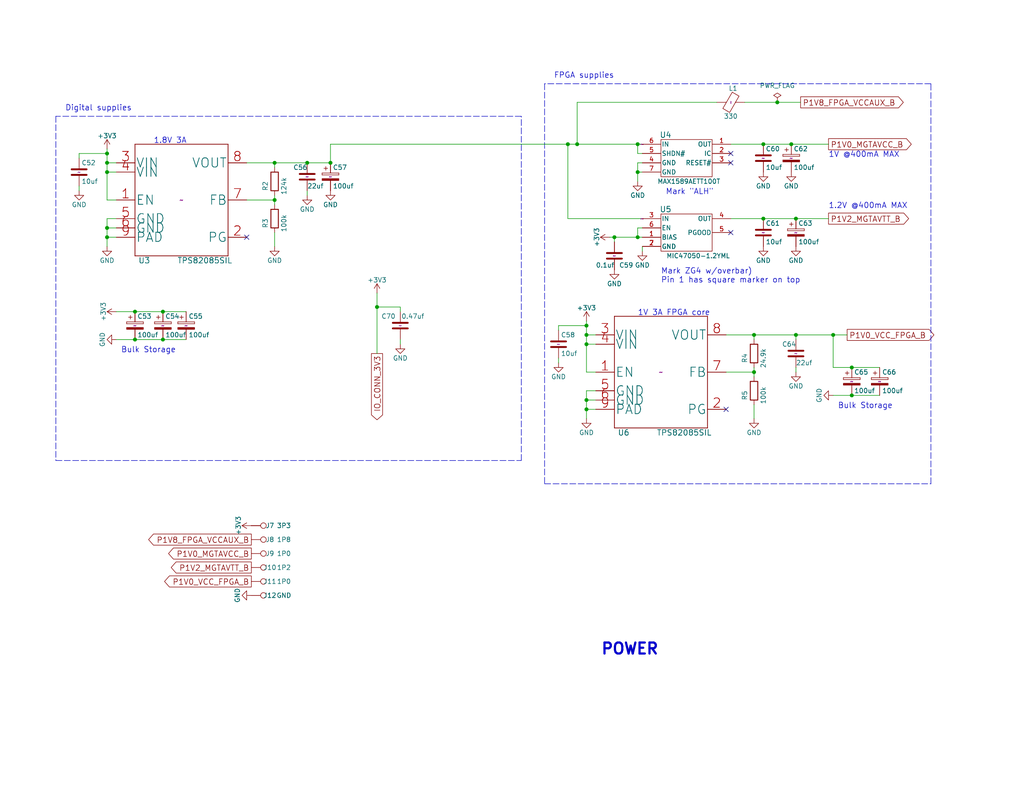
<source format=kicad_sch>
(kicad_sch (version 20250114) (generator "eeschema") (generator_version "9.0")
  (paper "A")
  (title_block (title "hFPGA") (date "2025-09-16") (rev "D") (company "Ethan Yang (github.com/ethanyangtaco115) & Stanely Wang") (comment 1 "A modification of the PicoEVB (github.com/RHSResearchLLC/PicoEVB)") (comment 2 "An expansion"))
  (lib_symbols
    (symbol "+3V3_1" (power) (pin_names (offset 0))
      (property "Value" "+3V3" (at 0 3.556 0))
      (symbol "+3V3_1_1_1"
        (pin power_in line (at 0 0 90) (length 0) (hide yes) (name "+3V3") (number "1"))
      )
    )
    (symbol "+3V3_10" (power) (pin_names (offset 0))
      (property "Value" "+3V3" (at 0 3.556 0))
      (symbol "+3V3_10_1_1"
        (pin power_in line (at 0 0 90) (length 0) (hide yes) (name "+3V3") (number "1"))
      )
    )
    (symbol "+3V3_2" (power) (pin_names (offset 0))
      (property "Value" "+3V3" (at 0 3.556 0))
      (symbol "+3V3_2_1_1"
        (pin power_in line (at 0 0 90) (length 0) (hide yes) (name "+3V3") (number "1"))
      )
    )
    (symbol "+3V3_3" (power) (pin_names (offset 0))
      (property "Value" "+3V3" (at 0 3.556 0))
      (symbol "+3V3_3_1_1"
        (pin power_in line (at 0 0 90) (length 0) (hide yes) (name "+3V3") (number "1"))
      )
    )
    (symbol "+3V3_4" (power) (pin_names (offset 0))
      (property "Value" "+3V3" (at 0 3.556 0))
      (symbol "+3V3_4_1_1"
        (pin power_in line (at 0 0 90) (length 0) (hide yes) (name "+3V3") (number "1"))
      )
    )
    (symbol "+3V3_5" (power) (pin_names (offset 0))
      (property "Value" "+3V3" (at 0 3.556 0))
      (symbol "+3V3_5_1_1"
        (pin power_in line (at 0 0 90) (length 0) (hide yes) (name "+3V3") (number "1"))
      )
    )
    (symbol "+3V3_6" (power) (pin_names (offset 0))
      (property "Value" "+3V3" (at 0 3.556 0))
      (symbol "+3V3_6_1_1"
        (pin power_in line (at 0 0 90) (length 0) (hide yes) (name "+3V3") (number "1"))
      )
    )
    (symbol "+3V3_7" (power) (pin_names (offset 0))
      (property "Value" "+3V3" (at 0 3.556 0))
      (symbol "+3V3_7_1_1"
        (pin power_in line (at 0 0 90) (length 0) (hide yes) (name "+3V3") (number "1"))
      )
    )
    (symbol "+3V3_8" (power) (pin_names (offset 0))
      (property "Value" "+3V3" (at 0 3.556 0))
      (symbol "+3V3_8_1_1"
        (pin power_in line (at 0 0 90) (length 0) (hide yes) (name "+3V3") (number "1"))
      )
    )
    (symbol "+3V3_9" (power) (pin_names (offset 0))
      (property "Value" "+3V3" (at 0 3.556 0))
      (symbol "+3V3_9_1_1"
        (pin power_in line (at 0 0 90) (length 0) (hide yes) (name "+3V3") (number "1"))
      )
    )
    (symbol "CP_1" (pin_numbers (hide yes)) (pin_names (offset 0.254))
      (property "Reference" "C" (at 0.635 2.54 0))
      (property "Value" "CP" (at 0.635 -2.54 0))
      (symbol "CP_1_1_1"
        (pin passive line (at 0 3.81 270) (length 2.794) (name "~") (number "1"))
        (pin passive line (at 0 -3.81 90) (length 2.794) (name "~") (number "2"))
      )
    )
    (symbol "CP_10" (pin_numbers (hide yes)) (pin_names (offset 0.254))
      (property "Reference" "C" (at 0.635 2.54 0))
      (property "Value" "CP" (at 0.635 -2.54 0))
      (symbol "CP_10_1_1"
        (pin passive line (at 0 3.81 270) (length 2.794) (name "~") (number "1"))
        (pin passive line (at 0 -3.81 90) (length 2.794) (name "~") (number "2"))
      )
    )
    (symbol "CP_11" (pin_numbers (hide yes)) (pin_names (offset 0.254))
      (property "Reference" "C" (at 0.635 2.54 0))
      (property "Value" "CP" (at 0.635 -2.54 0))
      (symbol "CP_11_1_1"
        (pin passive line (at 0 3.81 270) (length 2.794) (name "~") (number "1"))
        (pin passive line (at 0 -3.81 90) (length 2.794) (name "~") (number "2"))
      )
    )
    (symbol "CP_12" (pin_numbers (hide yes)) (pin_names (offset 0.254))
      (property "Reference" "C" (at 0.635 2.54 0))
      (property "Value" "CP" (at 0.635 -2.54 0))
      (symbol "CP_12_1_1"
        (pin passive line (at 0 3.81 270) (length 2.794) (name "~") (number "1"))
        (pin passive line (at 0 -3.81 90) (length 2.794) (name "~") (number "2"))
      )
    )
    (symbol "CP_13" (pin_numbers (hide yes)) (pin_names (offset 0.254))
      (property "Reference" "C" (at 0.635 2.54 0))
      (property "Value" "CP" (at 0.635 -2.54 0))
      (symbol "CP_13_1_1"
        (pin passive line (at 0 3.81 270) (length 2.794) (name "~") (number "1"))
        (pin passive line (at 0 -3.81 90) (length 2.794) (name "~") (number "2"))
      )
    )
    (symbol "CP_14" (pin_numbers (hide yes)) (pin_names (offset 0.254))
      (property "Reference" "C" (at 0.635 2.54 0))
      (property "Value" "CP" (at 0.635 -2.54 0))
      (symbol "CP_14_1_1"
        (pin passive line (at 0 3.81 270) (length 2.794) (name "~") (number "1"))
        (pin passive line (at 0 -3.81 90) (length 2.794) (name "~") (number "2"))
      )
    )
    (symbol "CP_15" (pin_numbers (hide yes)) (pin_names (offset 0.254))
      (property "Reference" "C" (at 0.635 2.54 0))
      (property "Value" "CP" (at 0.635 -2.54 0))
      (symbol "CP_15_1_1"
        (pin passive line (at 0 3.81 270) (length 2.794) (name "~") (number "1"))
        (pin passive line (at 0 -3.81 90) (length 2.794) (name "~") (number "2"))
      )
    )
    (symbol "CP_16" (pin_numbers (hide yes)) (pin_names (offset 0.254))
      (property "Reference" "C" (at 0.635 2.54 0))
      (property "Value" "CP" (at 0.635 -2.54 0))
      (symbol "CP_16_1_1"
        (pin passive line (at 0 3.81 270) (length 2.794) (name "~") (number "1"))
        (pin passive line (at 0 -3.81 90) (length 2.794) (name "~") (number "2"))
      )
    )
    (symbol "CP_2" (pin_numbers (hide yes)) (pin_names (offset 0.254))
      (property "Reference" "C" (at 0.635 2.54 0))
      (property "Value" "CP" (at 0.635 -2.54 0))
      (symbol "CP_2_1_1"
        (pin passive line (at 0 3.81 270) (length 2.794) (name "~") (number "1"))
        (pin passive line (at 0 -3.81 90) (length 2.794) (name "~") (number "2"))
      )
    )
    (symbol "CP_3" (pin_numbers (hide yes)) (pin_names (offset 0.254))
      (property "Reference" "C" (at 0.635 2.54 0))
      (property "Value" "CP" (at 0.635 -2.54 0))
      (symbol "CP_3_1_1"
        (pin passive line (at 0 3.81 270) (length 2.794) (name "~") (number "1"))
        (pin passive line (at 0 -3.81 90) (length 2.794) (name "~") (number "2"))
      )
    )
    (symbol "CP_4" (pin_numbers (hide yes)) (pin_names (offset 0.254))
      (property "Reference" "C" (at 0.635 2.54 0))
      (property "Value" "CP" (at 0.635 -2.54 0))
      (symbol "CP_4_1_1"
        (pin passive line (at 0 3.81 270) (length 2.794) (name "~") (number "1"))
        (pin passive line (at 0 -3.81 90) (length 2.794) (name "~") (number "2"))
      )
    )
    (symbol "CP_5" (pin_numbers (hide yes)) (pin_names (offset 0.254))
      (property "Reference" "C" (at 0.635 2.54 0))
      (property "Value" "CP" (at 0.635 -2.54 0))
      (symbol "CP_5_1_1"
        (pin passive line (at 0 3.81 270) (length 2.794) (name "~") (number "1"))
        (pin passive line (at 0 -3.81 90) (length 2.794) (name "~") (number "2"))
      )
    )
    (symbol "CP_6" (pin_numbers (hide yes)) (pin_names (offset 0.254))
      (property "Reference" "C" (at 0.635 2.54 0))
      (property "Value" "CP" (at 0.635 -2.54 0))
      (symbol "CP_6_1_1"
        (pin passive line (at 0 3.81 270) (length 2.794) (name "~") (number "1"))
        (pin passive line (at 0 -3.81 90) (length 2.794) (name "~") (number "2"))
      )
    )
    (symbol "CP_7" (pin_numbers (hide yes)) (pin_names (offset 0.254))
      (property "Reference" "C" (at 0.635 2.54 0))
      (property "Value" "CP" (at 0.635 -2.54 0))
      (symbol "CP_7_1_1"
        (pin passive line (at 0 3.81 270) (length 2.794) (name "~") (number "1"))
        (pin passive line (at 0 -3.81 90) (length 2.794) (name "~") (number "2"))
      )
    )
    (symbol "CP_8" (pin_numbers (hide yes)) (pin_names (offset 0.254))
      (property "Reference" "C" (at 0.635 2.54 0))
      (property "Value" "CP" (at 0.635 -2.54 0))
      (symbol "CP_8_1_1"
        (pin passive line (at 0 3.81 270) (length 2.794) (name "~") (number "1"))
        (pin passive line (at 0 -3.81 90) (length 2.794) (name "~") (number "2"))
      )
    )
    (symbol "CP_9" (pin_numbers (hide yes)) (pin_names (offset 0.254))
      (property "Reference" "C" (at 0.635 2.54 0))
      (property "Value" "CP" (at 0.635 -2.54 0))
      (symbol "CP_9_1_1"
        (pin passive line (at 0 3.81 270) (length 2.794) (name "~") (number "1"))
        (pin passive line (at 0 -3.81 90) (length 2.794) (name "~") (number "2"))
      )
    )
    (symbol "C_1" (pin_numbers (hide yes)) (pin_names (offset 0.254))
      (property "Reference" "C" (at 0.635 2.54 0))
      (property "Value" "C" (at 0.635 -2.54 0))
      (symbol "C_1_1_1"
        (pin passive line (at 0 3.81 270) (length 2.794) (name "~") (number "1"))
        (pin passive line (at 0 -3.81 90) (length 2.794) (name "~") (number "2"))
      )
    )
    (symbol "C_10" (pin_numbers (hide yes)) (pin_names (offset 0.254))
      (property "Reference" "C" (at 0.635 2.54 0))
      (property "Value" "C" (at 0.635 -2.54 0))
      (symbol "C_10_1_1"
        (pin passive line (at 0 3.81 270) (length 2.794) (name "~") (number "1"))
        (pin passive line (at 0 -3.81 90) (length 2.794) (name "~") (number "2"))
      )
    )
    (symbol "C_11" (pin_numbers (hide yes)) (pin_names (offset 0.254))
      (property "Reference" "C" (at 0.635 2.54 0))
      (property "Value" "C" (at 0.635 -2.54 0))
      (symbol "C_11_1_1"
        (pin passive line (at 0 3.81 270) (length 2.794) (name "~") (number "1"))
        (pin passive line (at 0 -3.81 90) (length 2.794) (name "~") (number "2"))
      )
    )
    (symbol "C_12" (pin_numbers (hide yes)) (pin_names (offset 0.254))
      (property "Reference" "C" (at 0.635 2.54 0))
      (property "Value" "C" (at 0.635 -2.54 0))
      (symbol "C_12_1_1"
        (pin passive line (at 0 3.81 270) (length 2.794) (name "~") (number "1"))
        (pin passive line (at 0 -3.81 90) (length 2.794) (name "~") (number "2"))
      )
    )
    (symbol "C_13" (pin_numbers (hide yes)) (pin_names (offset 0.254))
      (property "Reference" "C" (at 0.635 2.54 0))
      (property "Value" "C" (at 0.635 -2.54 0))
      (symbol "C_13_1_1"
        (pin passive line (at 0 3.81 270) (length 2.794) (name "~") (number "1"))
        (pin passive line (at 0 -3.81 90) (length 2.794) (name "~") (number "2"))
      )
    )
    (symbol "C_14" (pin_numbers (hide yes)) (pin_names (offset 0.254))
      (property "Reference" "C" (at 0.635 2.54 0))
      (property "Value" "C" (at 0.635 -2.54 0))
      (symbol "C_14_1_1"
        (pin passive line (at 0 3.81 270) (length 2.794) (name "~") (number "1"))
        (pin passive line (at 0 -3.81 90) (length 2.794) (name "~") (number "2"))
      )
    )
    (symbol "C_2" (pin_numbers (hide yes)) (pin_names (offset 0.254))
      (property "Reference" "C" (at 0.635 2.54 0))
      (property "Value" "C" (at 0.635 -2.54 0))
      (symbol "C_2_1_1"
        (pin passive line (at 0 3.81 270) (length 2.794) (name "~") (number "1"))
        (pin passive line (at 0 -3.81 90) (length 2.794) (name "~") (number "2"))
      )
    )
    (symbol "C_3" (pin_numbers (hide yes)) (pin_names (offset 0.254))
      (property "Reference" "C" (at 0.635 2.54 0))
      (property "Value" "C" (at 0.635 -2.54 0))
      (symbol "C_3_1_1"
        (pin passive line (at 0 3.81 270) (length 2.794) (name "~") (number "1"))
        (pin passive line (at 0 -3.81 90) (length 2.794) (name "~") (number "2"))
      )
    )
    (symbol "C_4" (pin_numbers (hide yes)) (pin_names (offset 0.254))
      (property "Reference" "C" (at 0.635 2.54 0))
      (property "Value" "C" (at 0.635 -2.54 0))
      (symbol "C_4_1_1"
        (pin passive line (at 0 3.81 270) (length 2.794) (name "~") (number "1"))
        (pin passive line (at 0 -3.81 90) (length 2.794) (name "~") (number "2"))
      )
    )
    (symbol "C_5" (pin_numbers (hide yes)) (pin_names (offset 0.254))
      (property "Reference" "C" (at 0.635 2.54 0))
      (property "Value" "C" (at 0.635 -2.54 0))
      (symbol "C_5_1_1"
        (pin passive line (at 0 3.81 270) (length 2.794) (name "~") (number "1"))
        (pin passive line (at 0 -3.81 90) (length 2.794) (name "~") (number "2"))
      )
    )
    (symbol "C_6" (pin_numbers (hide yes)) (pin_names (offset 0.254))
      (property "Reference" "C" (at 0.635 2.54 0))
      (property "Value" "C" (at 0.635 -2.54 0))
      (symbol "C_6_1_1"
        (pin passive line (at 0 3.81 270) (length 2.794) (name "~") (number "1"))
        (pin passive line (at 0 -3.81 90) (length 2.794) (name "~") (number "2"))
      )
    )
    (symbol "C_7" (pin_numbers (hide yes)) (pin_names (offset 0.254))
      (property "Reference" "C" (at 0.635 2.54 0))
      (property "Value" "C" (at 0.635 -2.54 0))
      (symbol "C_7_1_1"
        (pin passive line (at 0 3.81 270) (length 2.794) (name "~") (number "1"))
        (pin passive line (at 0 -3.81 90) (length 2.794) (name "~") (number "2"))
      )
    )
    (symbol "C_8" (pin_numbers (hide yes)) (pin_names (offset 0.254))
      (property "Reference" "C" (at 0.635 2.54 0))
      (property "Value" "C" (at 0.635 -2.54 0))
      (symbol "C_8_1_1"
        (pin passive line (at 0 3.81 270) (length 2.794) (name "~") (number "1"))
        (pin passive line (at 0 -3.81 90) (length 2.794) (name "~") (number "2"))
      )
    )
    (symbol "C_9" (pin_numbers (hide yes)) (pin_names (offset 0.254))
      (property "Reference" "C" (at 0.635 2.54 0))
      (property "Value" "C" (at 0.635 -2.54 0))
      (symbol "C_9_1_1"
        (pin passive line (at 0 3.81 270) (length 2.794) (name "~") (number "1"))
        (pin passive line (at 0 -3.81 90) (length 2.794) (name "~") (number "2"))
      )
    )
    (symbol "Ferrite_Bead_1" (pin_numbers (hide yes)) (pin_names (offset 0))
      (property "Reference" "L" (at -3.81 0.635 90))
      (property "Value" "Ferrite_Bead" (at 3.81 0 90))
      (symbol "Ferrite_Bead_1_1_1"
        (pin passive line (at 0 3.81 270) (length 2.54) (name "~") (number "1"))
        (pin passive line (at 0 -3.81 90) (length 2.54) (name "~") (number "2"))
      )
    )
    (symbol "Ferrite_Bead_2" (pin_numbers (hide yes)) (pin_names (offset 0))
      (property "Reference" "L" (at -3.81 0.635 90))
      (property "Value" "Ferrite_Bead" (at 3.81 0 90))
      (symbol "Ferrite_Bead_2_1_1"
        (pin passive line (at 0 3.81 270) (length 2.54) (name "~") (number "1"))
        (pin passive line (at 0 -3.81 90) (length 2.54) (name "~") (number "2"))
      )
    )
    (symbol "GND_1" (power) (pin_names (offset 0))
      (property "Value" "GND" (at 0 -3.81 0))
      (symbol "GND_1_1_1"
        (pin power_in line (at 0 0 270) (length 0) (hide yes) (name "GND") (number "1"))
      )
    )
    (symbol "GND_10" (power) (pin_names (offset 0))
      (property "Value" "GND" (at 0 -3.81 0))
      (symbol "GND_10_1_1"
        (pin power_in line (at 0 0 270) (length 0) (hide yes) (name "GND") (number "1"))
      )
    )
    (symbol "GND_11" (power) (pin_names (offset 0))
      (property "Value" "GND" (at 0 -3.81 0))
      (symbol "GND_11_1_1"
        (pin power_in line (at 0 0 270) (length 0) (hide yes) (name "GND") (number "1"))
      )
    )
    (symbol "GND_12" (power) (pin_names (offset 0))
      (property "Value" "GND" (at 0 -3.81 0))
      (symbol "GND_12_1_1"
        (pin power_in line (at 0 0 270) (length 0) (hide yes) (name "GND") (number "1"))
      )
    )
    (symbol "GND_13" (power) (pin_names (offset 0))
      (property "Value" "GND" (at 0 -3.81 0))
      (symbol "GND_13_1_1"
        (pin power_in line (at 0 0 270) (length 0) (hide yes) (name "GND") (number "1"))
      )
    )
    (symbol "GND_14" (power) (pin_names (offset 0))
      (property "Value" "GND" (at 0 -3.81 0))
      (symbol "GND_14_1_1"
        (pin power_in line (at 0 0 270) (length 0) (hide yes) (name "GND") (number "1"))
      )
    )
    (symbol "GND_15" (power) (pin_names (offset 0))
      (property "Value" "GND" (at 0 -3.81 0))
      (symbol "GND_15_1_1"
        (pin power_in line (at 0 0 270) (length 0) (hide yes) (name "GND") (number "1"))
      )
    )
    (symbol "GND_16" (power) (pin_names (offset 0))
      (property "Value" "GND" (at 0 -3.81 0))
      (symbol "GND_16_1_1"
        (pin power_in line (at 0 0 270) (length 0) (hide yes) (name "GND") (number "1"))
      )
    )
    (symbol "GND_17" (power) (pin_names (offset 0))
      (property "Value" "GND" (at 0 -3.81 0))
      (symbol "GND_17_1_1"
        (pin power_in line (at 0 0 270) (length 0) (hide yes) (name "GND") (number "1"))
      )
    )
    (symbol "GND_18" (power) (pin_names (offset 0))
      (property "Value" "GND" (at 0 -3.81 0))
      (symbol "GND_18_1_1"
        (pin power_in line (at 0 0 270) (length 0) (hide yes) (name "GND") (number "1"))
      )
    )
    (symbol "GND_19" (power) (pin_names (offset 0))
      (property "Value" "GND" (at 0 -3.81 0))
      (symbol "GND_19_1_1"
        (pin power_in line (at 0 0 270) (length 0) (hide yes) (name "GND") (number "1"))
      )
    )
    (symbol "GND_2" (power) (pin_names (offset 0))
      (property "Value" "GND" (at 0 -3.81 0))
      (symbol "GND_2_1_1"
        (pin power_in line (at 0 0 270) (length 0) (hide yes) (name "GND") (number "1"))
      )
    )
    (symbol "GND_20" (power) (pin_names (offset 0))
      (property "Value" "GND" (at 0 -3.81 0))
      (symbol "GND_20_1_1"
        (pin power_in line (at 0 0 270) (length 0) (hide yes) (name "GND") (number "1"))
      )
    )
    (symbol "GND_21" (power) (pin_names (offset 0))
      (property "Value" "GND" (at 0 -3.81 0))
      (symbol "GND_21_1_1"
        (pin power_in line (at 0 0 270) (length 0) (hide yes) (name "GND") (number "1"))
      )
    )
    (symbol "GND_22" (power) (pin_names (offset 0))
      (property "Value" "GND" (at 0 -3.81 0))
      (symbol "GND_22_1_1"
        (pin power_in line (at 0 0 270) (length 0) (hide yes) (name "GND") (number "1"))
      )
    )
    (symbol "GND_23" (power) (pin_names (offset 0))
      (property "Value" "GND" (at 0 -3.81 0))
      (symbol "GND_23_1_1"
        (pin power_in line (at 0 0 270) (length 0) (hide yes) (name "GND") (number "1"))
      )
    )
    (symbol "GND_24" (power) (pin_names (offset 0))
      (property "Value" "GND" (at 0 -3.81 0))
      (symbol "GND_24_1_1"
        (pin power_in line (at 0 0 270) (length 0) (hide yes) (name "GND") (number "1"))
      )
    )
    (symbol "GND_25" (power) (pin_names (offset 0))
      (property "Value" "GND" (at 0 -3.81 0))
      (symbol "GND_25_1_1"
        (pin power_in line (at 0 0 270) (length 0) (hide yes) (name "GND") (number "1"))
      )
    )
    (symbol "GND_26" (power) (pin_names (offset 0))
      (property "Value" "GND" (at 0 -3.81 0))
      (symbol "GND_26_1_1"
        (pin power_in line (at 0 0 270) (length 0) (hide yes) (name "GND") (number "1"))
      )
    )
    (symbol "GND_27" (power) (pin_names (offset 0))
      (property "Value" "GND" (at 0 -3.81 0))
      (symbol "GND_27_1_1"
        (pin power_in line (at 0 0 270) (length 0) (hide yes) (name "GND") (number "1"))
      )
    )
    (symbol "GND_28" (power) (pin_names (offset 0))
      (property "Value" "GND" (at 0 -3.81 0))
      (symbol "GND_28_1_1"
        (pin power_in line (at 0 0 270) (length 0) (hide yes) (name "GND") (number "1"))
      )
    )
    (symbol "GND_29" (power) (pin_names (offset 0))
      (property "Value" "GND" (at 0 -3.81 0))
      (symbol "GND_29_1_1"
        (pin power_in line (at 0 0 270) (length 0) (hide yes) (name "GND") (number "1"))
      )
    )
    (symbol "GND_3" (power) (pin_names (offset 0))
      (property "Value" "GND" (at 0 -3.81 0))
      (symbol "GND_3_1_1"
        (pin power_in line (at 0 0 270) (length 0) (hide yes) (name "GND") (number "1"))
      )
    )
    (symbol "GND_30" (power) (pin_names (offset 0))
      (property "Value" "GND" (at 0 -3.81 0))
      (symbol "GND_30_1_1"
        (pin power_in line (at 0 0 270) (length 0) (hide yes) (name "GND") (number "1"))
      )
    )
    (symbol "GND_31" (power) (pin_names (offset 0))
      (property "Value" "GND" (at 0 -3.81 0))
      (symbol "GND_31_1_1"
        (pin power_in line (at 0 0 270) (length 0) (hide yes) (name "GND") (number "1"))
      )
    )
    (symbol "GND_32" (power) (pin_names (offset 0))
      (property "Value" "GND" (at 0 -3.81 0))
      (symbol "GND_32_1_1"
        (pin power_in line (at 0 0 270) (length 0) (hide yes) (name "GND") (number "1"))
      )
    )
    (symbol "GND_33" (power) (pin_names (offset 0))
      (property "Value" "GND" (at 0 -3.81 0))
      (symbol "GND_33_1_1"
        (pin power_in line (at 0 0 270) (length 0) (hide yes) (name "GND") (number "1"))
      )
    )
    (symbol "GND_34" (power) (pin_names (offset 0))
      (property "Value" "GND" (at 0 -3.81 0))
      (symbol "GND_34_1_1"
        (pin power_in line (at 0 0 270) (length 0) (hide yes) (name "GND") (number "1"))
      )
    )
    (symbol "GND_35" (power) (pin_names (offset 0))
      (property "Value" "GND" (at 0 -3.81 0))
      (symbol "GND_35_1_1"
        (pin power_in line (at 0 0 270) (length 0) (hide yes) (name "GND") (number "1"))
      )
    )
    (symbol "GND_36" (power) (pin_names (offset 0))
      (property "Value" "GND" (at 0 -3.81 0))
      (symbol "GND_36_1_1"
        (pin power_in line (at 0 0 270) (length 0) (hide yes) (name "GND") (number "1"))
      )
    )
    (symbol "GND_37" (power) (pin_names (offset 0))
      (property "Value" "GND" (at 0 -3.81 0))
      (symbol "GND_37_1_1"
        (pin power_in line (at 0 0 270) (length 0) (hide yes) (name "GND") (number "1"))
      )
    )
    (symbol "GND_38" (power) (pin_names (offset 0))
      (property "Value" "GND" (at 0 -3.81 0))
      (symbol "GND_38_1_1"
        (pin power_in line (at 0 0 270) (length 0) (hide yes) (name "GND") (number "1"))
      )
    )
    (symbol "GND_4" (power) (pin_names (offset 0))
      (property "Value" "GND" (at 0 -3.81 0))
      (symbol "GND_4_1_1"
        (pin power_in line (at 0 0 270) (length 0) (hide yes) (name "GND") (number "1"))
      )
    )
    (symbol "GND_5" (power) (pin_names (offset 0))
      (property "Value" "GND" (at 0 -3.81 0))
      (symbol "GND_5_1_1"
        (pin power_in line (at 0 0 270) (length 0) (hide yes) (name "GND") (number "1"))
      )
    )
    (symbol "GND_6" (power) (pin_names (offset 0))
      (property "Value" "GND" (at 0 -3.81 0))
      (symbol "GND_6_1_1"
        (pin power_in line (at 0 0 270) (length 0) (hide yes) (name "GND") (number "1"))
      )
    )
    (symbol "GND_7" (power) (pin_names (offset 0))
      (property "Value" "GND" (at 0 -3.81 0))
      (symbol "GND_7_1_1"
        (pin power_in line (at 0 0 270) (length 0) (hide yes) (name "GND") (number "1"))
      )
    )
    (symbol "GND_8" (power) (pin_names (offset 0))
      (property "Value" "GND" (at 0 -3.81 0))
      (symbol "GND_8_1_1"
        (pin power_in line (at 0 0 270) (length 0) (hide yes) (name "GND") (number "1"))
      )
    )
    (symbol "GND_9" (power) (pin_names (offset 0))
      (property "Value" "GND" (at 0 -3.81 0))
      (symbol "GND_9_1_1"
        (pin power_in line (at 0 0 270) (length 0) (hide yes) (name "GND") (number "1"))
      )
    )
    (symbol "MAX1589AETTxxxT_1" (pin_names (offset 0.254))
      (property "Reference" "U" (at 6.35 2.54 0))
      (property "Value" "MAX1589AETTxxxT" (at 12.7 -10.16 0))
      (symbol "MAX1589AETTxxxT_1_1_0"
        (pin power_in line (at 0 0 0) (length 5.0038) (name "IN") (number "6"))
        (pin input line (at 0 -2.54 0) (length 5.0038) (name "SHDN#") (number "5"))
        (pin power_in line (at 0 -5.08 0) (length 5.0038) (name "GND") (number "4"))
        (pin unspecified line (at 0 -7.62 0) (length 5.0038) (name "GND") (number "7"))
        (pin output line (at 24.13 0 180) (length 5.0038) (name "OUT") (number "1"))
        (pin unspecified line (at 24.13 -2.54 180) (length 5.0038) (name "IC") (number "2"))
        (pin output line (at 24.13 -5.08 180) (length 5.0038) (name "RESET#") (number "3"))
      )
    )
    (symbol "MAX1589AETTxxxT_2" (pin_names (offset 0.254))
      (property "Reference" "U" (at 6.35 2.54 0))
      (property "Value" "MAX1589AETTxxxT" (at 12.7 -10.16 0))
      (symbol "MAX1589AETTxxxT_2_1_0"
        (pin power_in line (at 0 0 0) (length 5.0038) (name "IN") (number "6"))
        (pin input line (at 0 -2.54 0) (length 5.0038) (name "SHDN#") (number "5"))
        (pin power_in line (at 0 -5.08 0) (length 5.0038) (name "GND") (number "4"))
        (pin unspecified line (at 0 -7.62 0) (length 5.0038) (name "GND") (number "7"))
        (pin output line (at 24.13 0 180) (length 5.0038) (name "OUT") (number "1"))
        (pin unspecified line (at 24.13 -2.54 180) (length 5.0038) (name "IC") (number "2"))
        (pin output line (at 24.13 -5.08 180) (length 5.0038) (name "RESET#") (number "3"))
      )
    )
    (symbol "MIC47050_1" (pin_names (offset 0.254))
      (property "Reference" "U" (at 6.35 2.54 0))
      (property "Value" "MIC47050" (at 12.7 -12.7 0))
      (symbol "MIC47050_1_1_0"
        (pin power_in line (at 0 0 0) (length 5.0038) (name "IN") (number "3"))
        (pin input line (at 0 -2.54 0) (length 5.0038) (name "EN") (number "6"))
        (pin power_in line (at 0 -5.08 0) (length 5.0038) (name "BIAS") (number "1"))
        (pin power_in line (at 0 -7.62 0) (length 5.0038) (name "GND") (number "2"))
        (pin power_in line (at 0 -7.62 0) (length 5.0038) (name "GND") (number "7"))
        (pin power_out line (at 24.13 0 180) (length 5.0038) (name "OUT") (number "4"))
        (pin output line (at 24.13 -3.81 180) (length 5.0038) (name "PGOOD") (number "5"))
      )
    )
    (symbol "MIC47050_2" (pin_names (offset 0.254))
      (property "Reference" "U" (at 6.35 2.54 0))
      (property "Value" "MIC47050" (at 12.7 -12.7 0))
      (symbol "MIC47050_2_1_0"
        (pin power_in line (at 0 0 0) (length 5.0038) (name "IN") (number "3"))
        (pin input line (at 0 -2.54 0) (length 5.0038) (name "EN") (number "6"))
        (pin power_in line (at 0 -5.08 0) (length 5.0038) (name "BIAS") (number "1"))
        (pin power_in line (at 0 -7.62 0) (length 5.0038) (name "GND") (number "2"))
        (pin power_in line (at 0 -7.62 0) (length 5.0038) (name "GND") (number "7"))
        (pin power_out line (at 24.13 0 180) (length 5.0038) (name "OUT") (number "4"))
        (pin output line (at 24.13 -3.81 180) (length 5.0038) (name "PGOOD") (number "5"))
      )
    )
    (symbol "PWR_FLAG_1" (power) (pin_numbers (hide yes)) (pin_names (offset 0) (hide yes))
      (property "Value" "PWR_FLAG" (at 0 3.81 0))
      (symbol "PWR_FLAG_1_0_0"
        (pin power_out line (at 0 0 90) (length 0) (name "pwr") (number "1"))
      )
    )
    (symbol "PWR_FLAG_2" (power) (pin_numbers (hide yes)) (pin_names (offset 0) (hide yes))
      (property "Value" "PWR_FLAG" (at 0 3.81 0))
      (symbol "PWR_FLAG_2_0_0"
        (pin power_out line (at 0 0 90) (length 0) (name "pwr") (number "1"))
      )
    )
    (symbol "R_1" (pin_numbers (hide yes)) (pin_names (offset 0))
      (property "Reference" "R" (at 2.032 0 90))
      (property "Value" "R" (at 0 0 90))
      (symbol "R_1_1_1"
        (pin passive line (at 0 3.81 270) (length 1.27) (name "~") (number "1"))
        (pin passive line (at 0 -3.81 90) (length 1.27) (name "~") (number "2"))
      )
    )
    (symbol "R_2" (pin_numbers (hide yes)) (pin_names (offset 0))
      (property "Reference" "R" (at 2.032 0 90))
      (property "Value" "R" (at 0 0 90))
      (symbol "R_2_1_1"
        (pin passive line (at 0 3.81 270) (length 1.27) (name "~") (number "1"))
        (pin passive line (at 0 -3.81 90) (length 1.27) (name "~") (number "2"))
      )
    )
    (symbol "R_3" (pin_numbers (hide yes)) (pin_names (offset 0))
      (property "Reference" "R" (at 2.032 0 90))
      (property "Value" "R" (at 0 0 90))
      (symbol "R_3_1_1"
        (pin passive line (at 0 3.81 270) (length 1.27) (name "~") (number "1"))
        (pin passive line (at 0 -3.81 90) (length 1.27) (name "~") (number "2"))
      )
    )
    (symbol "R_4" (pin_numbers (hide yes)) (pin_names (offset 0))
      (property "Reference" "R" (at 2.032 0 90))
      (property "Value" "R" (at 0 0 90))
      (symbol "R_4_1_1"
        (pin passive line (at 0 3.81 270) (length 1.27) (name "~") (number "1"))
        (pin passive line (at 0 -3.81 90) (length 1.27) (name "~") (number "2"))
      )
    )
    (symbol "R_5" (pin_numbers (hide yes)) (pin_names (offset 0))
      (property "Reference" "R" (at 2.032 0 90))
      (property "Value" "R" (at 0 0 90))
      (symbol "R_5_1_1"
        (pin passive line (at 0 3.81 270) (length 1.27) (name "~") (number "1"))
        (pin passive line (at 0 -3.81 90) (length 1.27) (name "~") (number "2"))
      )
    )
    (symbol "R_6" (pin_numbers (hide yes)) (pin_names (offset 0))
      (property "Reference" "R" (at 2.032 0 90))
      (property "Value" "R" (at 0 0 90))
      (symbol "R_6_1_1"
        (pin passive line (at 0 3.81 270) (length 1.27) (name "~") (number "1"))
        (pin passive line (at 0 -3.81 90) (length 1.27) (name "~") (number "2"))
      )
    )
    (symbol "R_7" (pin_numbers (hide yes)) (pin_names (offset 0))
      (property "Reference" "R" (at 2.032 0 90))
      (property "Value" "R" (at 0 0 90))
      (symbol "R_7_1_1"
        (pin passive line (at 0 3.81 270) (length 1.27) (name "~") (number "1"))
        (pin passive line (at 0 -3.81 90) (length 1.27) (name "~") (number "2"))
      )
    )
    (symbol "R_8" (pin_numbers (hide yes)) (pin_names (offset 0))
      (property "Reference" "R" (at 2.032 0 90))
      (property "Value" "R" (at 0 0 90))
      (symbol "R_8_1_1"
        (pin passive line (at 0 3.81 270) (length 1.27) (name "~") (number "1"))
        (pin passive line (at 0 -3.81 90) (length 1.27) (name "~") (number "2"))
      )
    )
    (symbol "TEST_1P_1" (pin_numbers (hide yes)) (pin_names (offset 0.762) (hide yes))
      (property "Reference" "J" (at 0 6.858 0))
      (property "Value" "TEST_1P" (at 0 5.08 0))
      (symbol "TEST_1P_1_1_1"
        (pin passive line (at 0 0 90) (length 2.54) (name "1") (number "1"))
      )
    )
    (symbol "TEST_1P_10" (pin_numbers (hide yes)) (pin_names (offset 0.762) (hide yes))
      (property "Reference" "J" (at 0 6.858 0))
      (property "Value" "TEST_1P" (at 0 5.08 0))
      (symbol "TEST_1P_10_1_1"
        (pin passive line (at 0 0 90) (length 2.54) (name "1") (number "1"))
      )
    )
    (symbol "TEST_1P_11" (pin_numbers (hide yes)) (pin_names (offset 0.762) (hide yes))
      (property "Reference" "J" (at 0 6.858 0))
      (property "Value" "TEST_1P" (at 0 5.08 0))
      (symbol "TEST_1P_11_1_1"
        (pin passive line (at 0 0 90) (length 2.54) (name "1") (number "1"))
      )
    )
    (symbol "TEST_1P_12" (pin_numbers (hide yes)) (pin_names (offset 0.762) (hide yes))
      (property "Reference" "J" (at 0 6.858 0))
      (property "Value" "TEST_1P" (at 0 5.08 0))
      (symbol "TEST_1P_12_1_1"
        (pin passive line (at 0 0 90) (length 2.54) (name "1") (number "1"))
      )
    )
    (symbol "TEST_1P_2" (pin_numbers (hide yes)) (pin_names (offset 0.762) (hide yes))
      (property "Reference" "J" (at 0 6.858 0))
      (property "Value" "TEST_1P" (at 0 5.08 0))
      (symbol "TEST_1P_2_1_1"
        (pin passive line (at 0 0 90) (length 2.54) (name "1") (number "1"))
      )
    )
    (symbol "TEST_1P_3" (pin_numbers (hide yes)) (pin_names (offset 0.762) (hide yes))
      (property "Reference" "J" (at 0 6.858 0))
      (property "Value" "TEST_1P" (at 0 5.08 0))
      (symbol "TEST_1P_3_1_1"
        (pin passive line (at 0 0 90) (length 2.54) (name "1") (number "1"))
      )
    )
    (symbol "TEST_1P_4" (pin_numbers (hide yes)) (pin_names (offset 0.762) (hide yes))
      (property "Reference" "J" (at 0 6.858 0))
      (property "Value" "TEST_1P" (at 0 5.08 0))
      (symbol "TEST_1P_4_1_1"
        (pin passive line (at 0 0 90) (length 2.54) (name "1") (number "1"))
      )
    )
    (symbol "TEST_1P_5" (pin_numbers (hide yes)) (pin_names (offset 0.762) (hide yes))
      (property "Reference" "J" (at 0 6.858 0))
      (property "Value" "TEST_1P" (at 0 5.08 0))
      (symbol "TEST_1P_5_1_1"
        (pin passive line (at 0 0 90) (length 2.54) (name "1") (number "1"))
      )
    )
    (symbol "TEST_1P_6" (pin_numbers (hide yes)) (pin_names (offset 0.762) (hide yes))
      (property "Reference" "J" (at 0 6.858 0))
      (property "Value" "TEST_1P" (at 0 5.08 0))
      (symbol "TEST_1P_6_1_1"
        (pin passive line (at 0 0 90) (length 2.54) (name "1") (number "1"))
      )
    )
    (symbol "TEST_1P_7" (pin_numbers (hide yes)) (pin_names (offset 0.762) (hide yes))
      (property "Reference" "J" (at 0 6.858 0))
      (property "Value" "TEST_1P" (at 0 5.08 0))
      (symbol "TEST_1P_7_1_1"
        (pin passive line (at 0 0 90) (length 2.54) (name "1") (number "1"))
      )
    )
    (symbol "TEST_1P_8" (pin_numbers (hide yes)) (pin_names (offset 0.762) (hide yes))
      (property "Reference" "J" (at 0 6.858 0))
      (property "Value" "TEST_1P" (at 0 5.08 0))
      (symbol "TEST_1P_8_1_1"
        (pin passive line (at 0 0 90) (length 2.54) (name "1") (number "1"))
      )
    )
    (symbol "TEST_1P_9" (pin_numbers (hide yes)) (pin_names (offset 0.762) (hide yes))
      (property "Reference" "J" (at 0 6.858 0))
      (property "Value" "TEST_1P" (at 0 5.08 0))
      (symbol "TEST_1P_9_1_1"
        (pin passive line (at 0 0 90) (length 2.54) (name "1") (number "1"))
      )
    )
    (symbol "TPS82084SIL_1" (pin_names (offset 0.254))
      (property "Reference" "U" (at 0 2.54 0))
      (property "Value" "TPS82084SIL" (at 0 0 0))
      (symbol "TPS82084SIL_1_1_0"
        (pin unspecified line (at -17.78 10.16 0) (length 5.08) (name "VIN") (number "3"))
        (pin unspecified line (at -17.78 7.62 0) (length 5.08) (name "VIN") (number "4"))
        (pin unspecified line (at -17.78 0 0) (length 5.08) (name "EN") (number "1"))
        (pin unspecified line (at -17.78 -5.08 0) (length 5.08) (name "GND") (number "5"))
        (pin unspecified line (at -17.78 -7.62 0) (length 5.08) (name "GND") (number "6"))
        (pin unspecified line (at -17.78 -10.16 0) (length 5.08) (name "PAD") (number "9"))
        (pin unspecified line (at 17.78 10.16 180) (length 5.08) (name "VOUT") (number "8"))
        (pin unspecified line (at 17.78 0 180) (length 5.08) (name "FB") (number "7"))
        (pin unspecified line (at 17.78 -10.16 180) (length 5.08) (name "PG") (number "2"))
      )
    )
    (symbol "TPS82084SIL_2" (pin_names (offset 0.254))
      (property "Reference" "U" (at 0 2.54 0))
      (property "Value" "TPS82084SIL" (at 0 0 0))
      (symbol "TPS82084SIL_2_1_0"
        (pin unspecified line (at -17.78 10.16 0) (length 5.08) (name "VIN") (number "3"))
        (pin unspecified line (at -17.78 7.62 0) (length 5.08) (name "VIN") (number "4"))
        (pin unspecified line (at -17.78 0 0) (length 5.08) (name "EN") (number "1"))
        (pin unspecified line (at -17.78 -5.08 0) (length 5.08) (name "GND") (number "5"))
        (pin unspecified line (at -17.78 -7.62 0) (length 5.08) (name "GND") (number "6"))
        (pin unspecified line (at -17.78 -10.16 0) (length 5.08) (name "PAD") (number "9"))
        (pin unspecified line (at 17.78 10.16 180) (length 5.08) (name "VOUT") (number "8"))
        (pin unspecified line (at 17.78 0 180) (length 5.08) (name "FB") (number "7"))
        (pin unspecified line (at 17.78 -10.16 180) (length 5.08) (name "PG") (number "2"))
      )
    )
    (symbol "TPS82084SIL_3" (pin_names (offset 0.254))
      (property "Reference" "U" (at 0 2.54 0))
      (property "Value" "TPS82084SIL" (at 0 0 0))
      (symbol "TPS82084SIL_3_1_0"
        (pin unspecified line (at -17.78 10.16 0) (length 5.08) (name "VIN") (number "3"))
        (pin unspecified line (at -17.78 7.62 0) (length 5.08) (name "VIN") (number "4"))
        (pin unspecified line (at -17.78 0 0) (length 5.08) (name "EN") (number "1"))
        (pin unspecified line (at -17.78 -5.08 0) (length 5.08) (name "GND") (number "5"))
        (pin unspecified line (at -17.78 -7.62 0) (length 5.08) (name "GND") (number "6"))
        (pin unspecified line (at -17.78 -10.16 0) (length 5.08) (name "PAD") (number "9"))
        (pin unspecified line (at 17.78 10.16 180) (length 5.08) (name "VOUT") (number "8"))
        (pin unspecified line (at 17.78 0 180) (length 5.08) (name "FB") (number "7"))
        (pin unspecified line (at 17.78 -10.16 180) (length 5.08) (name "PG") (number "2"))
      )
    )
    (symbol "TPS82084SIL_4" (pin_names (offset 0.254))
      (property "Reference" "U" (at 0 2.54 0))
      (property "Value" "TPS82084SIL" (at 0 0 0))
      (symbol "TPS82084SIL_4_1_0"
        (pin unspecified line (at -17.78 10.16 0) (length 5.08) (name "VIN") (number "3"))
        (pin unspecified line (at -17.78 7.62 0) (length 5.08) (name "VIN") (number "4"))
        (pin unspecified line (at -17.78 0 0) (length 5.08) (name "EN") (number "1"))
        (pin unspecified line (at -17.78 -5.08 0) (length 5.08) (name "GND") (number "5"))
        (pin unspecified line (at -17.78 -7.62 0) (length 5.08) (name "GND") (number "6"))
        (pin unspecified line (at -17.78 -10.16 0) (length 5.08) (name "PAD") (number "9"))
        (pin unspecified line (at 17.78 10.16 180) (length 5.08) (name "VOUT") (number "8"))
        (pin unspecified line (at 17.78 0 180) (length 5.08) (name "FB") (number "7"))
        (pin unspecified line (at 17.78 -10.16 180) (length 5.08) (name "PG") (number "2"))
      )
    )
  )
  (text "Bulk Storage" (at 228.6 111.76 0) (effects (font (size 1.524 1.524)) (justify left bottom)))
  (text "1V 3A FPGA core" (at 173.99 86.36 0) (effects (font (size 1.524 1.524)) (justify left bottom)))
  (text "Mark ZG4 w/overbar)\nPin 1 has square marker on top" (at 180.34 77.47 0) (effects (font (size 1.524 1.524)) (justify left bottom)))
  (text "1.2V @400mA MAX" (at 226.06 57.15 0) (effects (font (size 1.524 1.524)) (justify left bottom)))
  (text "1V @400mA MAX" (at 226.06 43.18 0) (effects (font (size 1.524 1.524)) (justify left bottom)))
  (text "1.8V 3A" (at 41.91 39.37 0) (effects (font (size 1.524 1.524)) (justify left bottom)))
  (text "POWER" (at 163.83 179.07 0) (effects (font (size 2.9972 2.9972) (thickness 0.5994) (bold yes)) (justify left bottom)))
  (text "Mark \"ALH\"" (at 181.61 53.34 0) (effects (font (size 1.524 1.524)) (justify left bottom)))
  (text "Bulk Storage" (at 33.02 96.52 0) (effects (font (size 1.524 1.524)) (justify left bottom)))
  (text "Digital supplies" (at 17.78 30.48 0) (effects (font (size 1.524 1.524)) (justify left bottom)))
  (text "FPGA supplies" (at 151.13 21.59 0) (effects (font (size 1.524 1.524)) (justify left bottom)))
  (junction (at 29.21 62.23))
  (junction (at 83.82 44.45))
  (junction (at 167.64 64.77))
  (junction (at 208.28 59.69))
  (junction (at 217.17 91.44))
  (junction (at 44.45 92.71))
  (junction (at 29.21 46.99))
  (junction (at 160.02 88.9))
  (junction (at 160.02 111.76))
  (junction (at 160.02 93.98))
  (junction (at 102.87 83.82))
  (junction (at 205.74 101.6))
  (junction (at 29.21 44.45))
  (junction (at 212.09 27.94))
  (junction (at 160.02 109.22))
  (junction (at 154.94 39.37))
  (junction (at 173.99 64.77))
  (junction (at 232.41 107.95))
  (junction (at 217.17 59.69))
  (junction (at 36.83 92.71))
  (junction (at 90.17 44.45))
  (junction (at 173.99 39.37))
  (junction (at 173.99 46.99))
  (junction (at 36.83 85.09))
  (junction (at 44.45 85.09))
  (junction (at 29.21 41.91))
  (junction (at 208.28 39.37))
  (junction (at 227.33 91.44))
  (junction (at 74.93 44.45))
  (junction (at 205.74 91.44))
  (junction (at 29.21 64.77))
  (junction (at 215.9 39.37))
  (junction (at 160.02 91.44))
  (junction (at 157.48 39.37))
  (junction (at 74.93 54.61))
  (junction (at 232.41 100.33))
  (no_connect (at 198.12 111.76))
  (no_connect (at 199.39 63.5))
  (no_connect (at 67.31 64.77))
  (no_connect (at 199.39 41.91))
  (no_connect (at 199.39 44.45))
  (wire (pts (xy 152.4 97.79) (xy 152.4 99.06)))
  (wire (pts (xy 195.58 27.94) (xy 157.48 27.94)))
  (wire (pts (xy 205.74 91.44) (xy 217.17 91.44)))
  (wire (pts (xy 166.37 64.77) (xy 167.64 64.77)))
  (wire (pts (xy 29.21 44.45) (xy 29.21 46.99)))
  (polyline (pts (xy 254 132.08) (xy 254 22.86)) (stroke (width 0) (type dash)))
  (wire (pts (xy 29.21 62.23) (xy 29.21 64.77)))
  (wire (pts (xy 227.33 100.33) (xy 227.33 91.44)))
  (wire (pts (xy 205.74 91.44) (xy 205.74 92.71)))
  (wire (pts (xy 173.99 39.37) (xy 175.26 39.37)))
  (wire (pts (xy 160.02 87.63) (xy 160.02 88.9)))
  (wire (pts (xy 67.31 44.45) (xy 74.93 44.45)))
  (wire (pts (xy 198.12 101.6) (xy 205.74 101.6)))
  (wire (pts (xy 199.39 39.37) (xy 208.28 39.37)))
  (wire (pts (xy 167.64 66.04) (xy 167.64 64.77)))
  (wire (pts (xy 160.02 101.6) (xy 162.56 101.6)))
  (wire (pts (xy 157.48 27.94) (xy 157.48 39.37)))
  (wire (pts (xy 21.59 41.91) (xy 21.59 43.18)))
  (wire (pts (xy 67.31 54.61) (xy 74.93 54.61)))
  (wire (pts (xy 217.17 92.71) (xy 217.17 91.44)))
  (wire (pts (xy 217.17 59.69) (xy 226.06 59.69)))
  (wire (pts (xy 175.26 44.45) (xy 173.99 44.45)))
  (wire (pts (xy 160.02 106.68) (xy 160.02 109.22)))
  (wire (pts (xy 31.75 64.77) (xy 29.21 64.77)))
  (wire (pts (xy 44.45 85.09) (xy 50.8 85.09)))
  (wire (pts (xy 154.94 59.69) (xy 154.94 39.37)))
  (wire (pts (xy 83.82 44.45) (xy 90.17 44.45)))
  (wire (pts (xy 109.22 85.09) (xy 109.22 83.82)))
  (polyline (pts (xy 148.59 132.08) (xy 254 132.08)) (stroke (width 0) (type dash)))
  (wire (pts (xy 31.75 62.23) (xy 29.21 62.23)))
  (wire (pts (xy 83.82 52.07) (xy 83.82 53.34)))
  (wire (pts (xy 215.9 39.37) (xy 226.06 39.37)))
  (wire (pts (xy 29.21 44.45) (xy 31.75 44.45)))
  (wire (pts (xy 167.64 64.77) (xy 173.99 64.77)))
  (wire (pts (xy 160.02 93.98) (xy 162.56 93.98)))
  (wire (pts (xy 160.02 88.9) (xy 160.02 91.44)))
  (wire (pts (xy 152.4 88.9) (xy 152.4 90.17)))
  (wire (pts (xy 29.21 46.99) (xy 29.21 54.61)))
  (wire (pts (xy 29.21 54.61) (xy 31.75 54.61)))
  (wire (pts (xy 205.74 101.6) (xy 205.74 102.87)))
  (wire (pts (xy 232.41 100.33) (xy 240.03 100.33)))
  (wire (pts (xy 199.39 59.69) (xy 208.28 59.69)))
  (wire (pts (xy 31.75 59.69) (xy 29.21 59.69)))
  (wire (pts (xy 29.21 59.69) (xy 29.21 62.23)))
  (wire (pts (xy 227.33 91.44) (xy 231.14 91.44)))
  (wire (pts (xy 198.12 91.44) (xy 205.74 91.44)))
  (wire (pts (xy 21.59 50.8) (xy 21.59 52.07)))
  (wire (pts (xy 36.83 85.09) (xy 44.45 85.09)))
  (wire (pts (xy 74.93 44.45) (xy 74.93 45.72)))
  (polyline (pts (xy 15.24 31.75) (xy 15.24 125.73)) (stroke (width 0) (type dash)))
  (wire (pts (xy 160.02 88.9) (xy 152.4 88.9)))
  (polyline (pts (xy 142.24 125.73) (xy 142.24 31.75)) (stroke (width 0) (type dash)))
  (wire (pts (xy 160.02 91.44) (xy 160.02 93.98)))
  (wire (pts (xy 173.99 64.77) (xy 175.26 64.77)))
  (wire (pts (xy 217.17 91.44) (xy 227.33 91.44)))
  (wire (pts (xy 175.26 67.31) (xy 175.26 68.58)))
  (wire (pts (xy 217.17 100.33) (xy 217.17 101.6)))
  (wire (pts (xy 160.02 91.44) (xy 162.56 91.44)))
  (polyline (pts (xy 254 22.86) (xy 148.59 22.86)) (stroke (width 0) (type dash)))
  (wire (pts (xy 162.56 109.22) (xy 160.02 109.22)))
  (wire (pts (xy 173.99 62.23) (xy 173.99 64.77)))
  (wire (pts (xy 31.75 85.09) (xy 36.83 85.09)))
  (wire (pts (xy 203.2 27.94) (xy 212.09 27.94)))
  (wire (pts (xy 74.93 44.45) (xy 83.82 44.45)))
  (wire (pts (xy 173.99 41.91) (xy 173.99 39.37)))
  (wire (pts (xy 74.93 54.61) (xy 74.93 55.88)))
  (wire (pts (xy 208.28 39.37) (xy 215.9 39.37)))
  (wire (pts (xy 175.26 41.91) (xy 173.99 41.91)))
  (wire (pts (xy 44.45 92.71) (xy 50.8 92.71)))
  (wire (pts (xy 205.74 110.49) (xy 205.74 114.3)))
  (wire (pts (xy 160.02 109.22) (xy 160.02 111.76)))
  (wire (pts (xy 162.56 111.76) (xy 160.02 111.76)))
  (wire (pts (xy 173.99 44.45) (xy 173.99 46.99)))
  (wire (pts (xy 31.75 92.71) (xy 36.83 92.71)))
  (wire (pts (xy 212.09 27.94) (xy 218.44 27.94)))
  (wire (pts (xy 157.48 39.37) (xy 173.99 39.37)))
  (wire (pts (xy 173.99 46.99) (xy 173.99 49.53)))
  (wire (pts (xy 102.87 83.82) (xy 102.87 96.52)))
  (wire (pts (xy 154.94 59.69) (xy 175.26 59.69)))
  (wire (pts (xy 29.21 64.77) (xy 29.21 67.31)))
  (wire (pts (xy 175.26 46.99) (xy 173.99 46.99)))
  (wire (pts (xy 90.17 44.45) (xy 90.17 39.37)))
  (polyline (pts (xy 142.24 31.75) (xy 15.24 31.75)) (stroke (width 0) (type dash)))
  (wire (pts (xy 208.28 59.69) (xy 217.17 59.69)))
  (wire (pts (xy 29.21 40.64) (xy 29.21 41.91)))
  (wire (pts (xy 160.02 93.98) (xy 160.02 101.6)))
  (wire (pts (xy 74.93 53.34) (xy 74.93 54.61)))
  (wire (pts (xy 205.74 100.33) (xy 205.74 101.6)))
  (wire (pts (xy 162.56 106.68) (xy 160.02 106.68)))
  (wire (pts (xy 36.83 92.71) (xy 44.45 92.71)))
  (wire (pts (xy 227.33 100.33) (xy 232.41 100.33)))
  (wire (pts (xy 232.41 107.95) (xy 240.03 107.95)))
  (wire (pts (xy 109.22 83.82) (xy 102.87 83.82)))
  (wire (pts (xy 29.21 41.91) (xy 21.59 41.91)))
  (wire (pts (xy 160.02 111.76) (xy 160.02 114.3)))
  (polyline (pts (xy 15.24 125.73) (xy 142.24 125.73)) (stroke (width 0) (type dash)))
  (wire (pts (xy 109.22 92.71) (xy 109.22 93.98)))
  (wire (pts (xy 154.94 39.37) (xy 157.48 39.37)))
  (polyline (pts (xy 148.59 22.86) (xy 148.59 132.08)) (stroke (width 0) (type dash)))
  (wire (pts (xy 74.93 63.5) (xy 74.93 67.31)))
  (wire (pts (xy 29.21 46.99) (xy 31.75 46.99)))
  (wire (pts (xy 102.87 80.01) (xy 102.87 83.82)))
  (wire (pts (xy 227.33 107.95) (xy 232.41 107.95)))
  (wire (pts (xy 175.26 62.23) (xy 173.99 62.23)))
  (wire (pts (xy 29.21 41.91) (xy 29.21 44.45)))
  (wire (pts (xy 90.17 39.37) (xy 154.94 39.37)))
  (global_label "P1V2_MGTAVTT_B" (shape output) (at 226.06 59.69 0) (effects (font (size 1.524 1.524))) (property "Intersheetrefs" "${INTERSHEET_REFS}" (effects (hide yes))))
  (global_label "P1V2_MGTAVTT_B" (shape output) (at 68.58 154.94 180) (effects (font (size 1.524 1.524))) (property "Intersheetrefs" "${INTERSHEET_REFS}" (effects (hide yes))))
  (global_label "P1V0_MGTAVCC_B" (shape output) (at 68.58 151.13 180) (effects (font (size 1.524 1.524))) (property "Intersheetrefs" "${INTERSHEET_REFS}" (effects (hide yes))))
  (global_label "P1V0_VCC_FPGA_B" (shape output) (at 231.14 91.44 0) (effects (font (size 1.524 1.524))) (property "Intersheetrefs" "${INTERSHEET_REFS}" (effects (hide yes))))
  (global_label "P1V8_FPGA_VCCAUX_B" (shape output) (at 68.58 147.32 180) (effects (font (size 1.524 1.524))) (property "Intersheetrefs" "${INTERSHEET_REFS}" (effects (hide yes))))
  (global_label "P1V0_VCC_FPGA_B" (shape output) (at 68.58 158.75 180) (effects (font (size 1.524 1.524))) (property "Intersheetrefs" "${INTERSHEET_REFS}" (effects (hide yes))))
  (global_label "P1V8_FPGA_VCCAUX_B" (shape output) (at 218.44 27.94 0) (effects (font (size 1.524 1.524))) (property "Intersheetrefs" "${INTERSHEET_REFS}" (effects (hide yes))))
  (global_label "IO_CONN_3V3" (shape output) (at 102.87 96.52 270) (effects (font (size 1.524 1.524))) (property "Intersheetrefs" "${INTERSHEET_REFS}" (effects (hide yes))))
  (global_label "P1V0_MGTAVCC_B" (shape output) (at 226.06 39.37 0) (effects (font (size 1.524 1.524))) (property "Intersheetrefs" "${INTERSHEET_REFS}" (effects (hide yes))))
  (symbol (lib_name "TPS82084SIL_3") (lib_id "PicoEVB-rescue:TPS82084SIL") (at 49.53 54.61 0) (unit 1)
    (property "Reference" "U3" (at 39.37 71.12 0) (effects (font (size 1.524 1.524))))
    (property "Value" "TPS82085SIL" (at 55.88 71.12 0) (effects (font (size 1.524 1.524))))
    (property "Footprint" "tps82084:TPS82084SILR" (effects (hide yes)))
    (property "Datasheet" "~" (at 49.53 54.61 0) (effects (font (size 1.524 1.524))))
    (property "MPN" "TPS82085SILT" (effects (hide yes)))
  )
  (symbol (lib_name "+3V3_9") (lib_id "PicoEVB-rescue:+3V3") (at 29.21 40.64 0) (unit 1)
    (property "Reference" "#PWR025" (effects (hide yes)))
    (property "Value" "+3V3" (at 29.21 37.084 0))
  )
  (symbol (lib_name "GND_36") (lib_id "PicoEVB-rescue:GND") (at 29.21 67.31 0) (unit 1)
    (property "Reference" "#PWR026" (effects (hide yes)))
    (property "Value" "GND" (at 29.21 71.12 0))
  )
  (symbol (lib_name "R_5") (lib_id "PicoEVB-rescue:R") (at 74.93 49.53 0) (unit 1)
    (property "Reference" "R2" (at 72.39 50.8 90))
    (property "Value" "124k" (at 77.47 50.8 90))
    (property "Footprint" "SMT:r_0201_least" (effects (hide yes)))
    (property "MPN" "RC0201FR-07124KL" (effects (hide yes)))
  )
  (symbol (lib_name "R_6") (lib_id "PicoEVB-rescue:R") (at 74.93 59.69 0) (unit 1)
    (property "Reference" "R3" (at 72.39 60.96 90))
    (property "Value" "100k" (at 77.47 60.96 90))
    (property "Footprint" "SMT:r_0201_least" (effects (hide yes)))
    (property "MPN" "RC0201FR-07100KL" (effects (hide yes)))
  )
  (symbol (lib_name "GND_26") (lib_id "PicoEVB-rescue:GND") (at 74.93 67.31 0) (unit 1)
    (property "Reference" "#PWR027" (effects (hide yes)))
    (property "Value" "GND" (at 74.93 71.12 0))
  )
  (symbol (lib_name "C_14") (lib_id "PicoEVB-rescue:C") (at 21.59 46.99 0) (unit 1)
    (property "Reference" "C52" (at 22.225 44.45 0) (effects (justify left)))
    (property "Value" "10uf" (at 22.225 49.53 0) (effects (justify left)))
    (property "Footprint" "SMT:c_0402" (effects (hide yes)))
    (property "Datasheet" "~" (at 21.59 46.99 0))
    (property "MPN" "CC0402MRX5R5BB106" (effects (hide yes)))
  )
  (symbol (lib_name "GND_37") (lib_id "PicoEVB-rescue:GND") (at 21.59 52.07 0) (unit 1)
    (property "Reference" "#PWR028" (effects (hide yes)))
    (property "Value" "GND" (at 21.59 55.88 0))
  )
  (symbol (lib_name "GND_22") (lib_id "PicoEVB-rescue:GND") (at 83.82 53.34 0) (unit 1)
    (property "Reference" "#PWR029" (effects (hide yes)))
    (property "Value" "GND" (at 83.82 57.15 0))
  )
  (symbol (lib_name "TPS82084SIL_4") (lib_id "PicoEVB-rescue:TPS82084SIL") (at 180.34 101.6 0) (unit 1)
    (property "Reference" "U6" (at 170.18 118.11 0) (effects (font (size 1.524 1.524))))
    (property "Value" "TPS82085SIL" (at 186.69 118.11 0) (effects (font (size 1.524 1.524))))
    (property "Footprint" "tps82084:TPS82084SILR" (effects (hide yes)))
    (property "Datasheet" "~" (at 180.34 101.6 0) (effects (font (size 1.524 1.524))))
    (property "MPN" "TPS82085SILT" (effects (hide yes)))
  )
  (symbol (lib_name "+3V3_6") (lib_id "PicoEVB-rescue:+3V3") (at 160.02 87.63 0) (unit 1)
    (property "Reference" "#PWR030" (effects (hide yes)))
    (property "Value" "+3V3" (at 160.02 84.074 0))
  )
  (symbol (lib_name "+3V3_7") (lib_id "PicoEVB-rescue:+3V3") (at 166.37 64.77 90) (unit 1)
    (property "Reference" "#PWR035" (effects (hide yes)))
    (property "Value" "+3V3" (at 162.814 64.77 0))
  )
  (symbol (lib_name "C_11") (lib_id "PicoEVB-rescue:C") (at 167.64 69.85 0) (unit 1)
    (property "Reference" "C59" (at 168.91 72.39 0) (effects (justify left)))
    (property "Value" "0.1uf" (at 162.56 72.39 0) (effects (justify left)))
    (property "Footprint" "SMT:c_0201_least" (effects (hide yes)))
    (property "Datasheet" "~" (at 167.64 69.85 0))
    (property "MPN" "cc0201krx5r5bb104" (effects (hide yes)))
  )
  (symbol (lib_name "GND_27") (lib_id "PicoEVB-rescue:GND") (at 167.64 73.66 0) (unit 1)
    (property "Reference" "#PWR041" (effects (hide yes)))
    (property "Value" "GND" (at 167.64 77.47 0))
  )
  (symbol (lib_name "GND_34") (lib_id "PicoEVB-rescue:GND") (at 175.26 68.58 0) (unit 1)
    (property "Reference" "#PWR039" (effects (hide yes)))
    (property "Value" "GND" (at 175.26 72.39 0))
  )
  (symbol (lib_name "MAX1589AETTxxxT_2") (lib_id "PicoEVB-rescue:MAX1589AETTxxxT") (at 175.26 39.37 0) (unit 1)
    (property "Reference" "U4" (at 181.61 36.83 0) (effects (font (size 1.524 1.524))))
    (property "Value" "MAX1589AETT100T" (at 187.96 49.53 0) (effects (font (size 1.2446 1.2446))))
    (property "Footprint" "MAX1589A:MAX1589AETT100T" (effects (hide yes)))
    (property "Datasheet" "~" (at 175.26 39.37 0) (effects (font (size 1.524 1.524))))
    (property "MPN" "MAX1589AETT100+T" (effects (hide yes)))
  )
  (symbol (lib_name "C_8") (lib_id "PicoEVB-rescue:C") (at 208.28 43.18 0) (unit 1)
    (property "Reference" "C60" (at 208.915 40.64 0) (effects (justify left)))
    (property "Value" "10uf" (at 208.915 45.72 0) (effects (justify left)))
    (property "Footprint" "SMT:c_0402" (effects (hide yes)))
    (property "Datasheet" "~" (at 208.28 43.18 0))
    (property "MPN" "CC0402MRX5R5BB106" (effects (hide yes)))
  )
  (symbol (lib_name "C_13") (lib_id "PicoEVB-rescue:C") (at 208.28 63.5 0) (unit 1)
    (property "Reference" "C61" (at 208.915 60.96 0) (effects (justify left)))
    (property "Value" "10uf" (at 208.915 66.04 0) (effects (justify left)))
    (property "Footprint" "SMT:c_0402" (effects (hide yes)))
    (property "Datasheet" "~" (at 208.28 63.5 0))
    (property "MPN" "CC0402MRX5R5BB106" (effects (hide yes)))
  )
  (symbol (lib_name "C_12") (lib_id "PicoEVB-rescue:C") (at 217.17 96.52 0) (unit 1)
    (property "Reference" "C64" (at 213.36 93.98 0) (effects (justify left)))
    (property "Value" "22uf" (at 217.17 99.06 0) (effects (justify left)))
    (property "Footprint" "Capacitors_SMD:C_0603" (effects (hide yes)))
    (property "Datasheet" "~" (at 217.17 96.52 0))
    (property "MPN" "CC0603MRX5R6BB226" (effects (hide yes)))
  )
  (symbol (lib_name "GND_28") (lib_id "PicoEVB-rescue:GND") (at 217.17 101.6 0) (unit 1)
    (property "Reference" "#PWR038" (effects (hide yes)))
    (property "Value" "GND" (at 217.17 105.41 0))
  )
  (symbol (lib_name "PWR_FLAG_2") (lib_id "PicoEVB-rescue:PWR_FLAG") (at 212.09 27.94 0) (unit 1)
    (property "Reference" "#FLG040" (effects (hide yes)))
    (property "Value" "PWR_FLAG" (at 212.09 23.368 0))
  )
  (symbol (lib_name "CP_14") (lib_id "PicoEVB-rescue:CP") (at 232.41 104.14 0) (unit 1)
    (property "Reference" "C65" (at 233.045 101.6 0) (effects (justify left)))
    (property "Value" "100uf" (at 233.045 106.68 0) (effects (justify left)))
    (property "Footprint" "Capacitors_SMD:C_0805" (effects (hide yes)))
    (property "Datasheet" "~" (at 232.41 104.14 0))
    (property "MPN" "F950J107MPAAQ2" (effects (hide yes)))
  )
  (symbol (lib_name "CP_15") (lib_id "PicoEVB-rescue:CP") (at 240.03 104.14 0) (unit 1)
    (property "Reference" "C66" (at 240.665 101.6 0) (effects (justify left)))
    (property "Value" "100uf" (at 240.665 106.68 0) (effects (justify left)))
    (property "Footprint" "Capacitors_SMD:C_0805" (effects (hide yes)))
    (property "Datasheet" "~" (at 240.03 104.14 0))
    (property "MPN" "F950J107MPAAQ2" (effects (hide yes)))
  )
  (symbol (lib_name "CP_16") (lib_id "PicoEVB-rescue:CP") (at 217.17 63.5 0) (unit 1)
    (property "Reference" "C63" (at 217.805 60.96 0) (effects (justify left)))
    (property "Value" "100uf" (at 217.805 66.04 0) (effects (justify left)))
    (property "Footprint" "Capacitors_SMD:C_0805" (effects (hide yes)))
    (property "Datasheet" "~" (at 217.17 63.5 0))
    (property "MPN" "F950J107MPAAQ2" (effects (hide yes)))
  )
  (symbol (lib_name "GND_33") (lib_id "PicoEVB-rescue:GND") (at 217.17 67.31 0) (unit 1)
    (property "Reference" "#PWR045" (effects (hide yes)))
    (property "Value" "GND" (at 217.17 71.12 0))
  )
  (symbol (lib_name "CP_9") (lib_id "PicoEVB-rescue:CP") (at 215.9 43.18 0) (unit 1)
    (property "Reference" "C62" (at 216.535 40.64 0) (effects (justify left)))
    (property "Value" "100uf" (at 216.535 45.72 0) (effects (justify left)))
    (property "Footprint" "Capacitors_SMD:C_0805" (effects (hide yes)))
    (property "Datasheet" "~" (at 215.9 43.18 0))
    (property "MPN" "F950J107MPAAQ2" (effects (hide yes)))
  )
  (symbol (lib_name "GND_20") (lib_id "PicoEVB-rescue:GND") (at 215.9 46.99 0) (unit 1)
    (property "Reference" "#PWR046" (effects (hide yes)))
    (property "Value" "GND" (at 215.9 50.8 0))
  )
  (symbol (lib_name "CP_10") (lib_id "PicoEVB-rescue:CP") (at 90.17 48.26 0) (unit 1)
    (property "Reference" "C57" (at 90.805 45.72 0) (effects (justify left)))
    (property "Value" "100uf" (at 90.805 50.8 0) (effects (justify left)))
    (property "Footprint" "Capacitors_SMD:C_0805" (effects (hide yes)))
    (property "Datasheet" "~" (at 90.17 48.26 0))
    (property "MPN" "F950J107MPAAQ2" (effects (hide yes)))
  )
  (symbol (lib_name "GND_23") (lib_id "PicoEVB-rescue:GND") (at 90.17 52.07 0) (unit 1)
    (property "Reference" "#PWR047" (effects (hide yes)))
    (property "Value" "GND" (at 90.17 55.88 0))
  )
  (symbol (lib_name "TEST_1P_8") (lib_id "PicoEVB-rescue:TEST_1P") (at 68.58 143.51 270) (unit 1)
    (property "Reference" "J7" (at 73.66 143.51 90))
    (property "Value" "3P3" (at 77.47 143.51 90))
    (property "Footprint" "Wire_Pads:SolderWirePad_single_SMD_1x1mm" (effects (hide yes)))
  )
  (symbol (lib_name "TEST_1P_9") (lib_id "PicoEVB-rescue:TEST_1P") (at 68.58 147.32 270) (unit 1)
    (property "Reference" "J8" (at 73.66 147.32 90))
    (property "Value" "1P8" (at 77.47 147.32 90))
    (property "Footprint" "Wire_Pads:SolderWirePad_single_SMD_1x1mm" (effects (hide yes)))
  )
  (symbol (lib_name "TEST_1P_7") (lib_id "PicoEVB-rescue:TEST_1P") (at 68.58 151.13 270) (unit 1)
    (property "Reference" "J9" (at 73.66 151.13 90))
    (property "Value" "1P0" (at 77.47 151.13 90))
    (property "Footprint" "Wire_Pads:SolderWirePad_single_SMD_1x1mm" (effects (hide yes)))
  )
  (symbol (lib_name "TEST_1P_10") (lib_id "PicoEVB-rescue:TEST_1P") (at 68.58 154.94 270) (unit 1)
    (property "Reference" "J10" (at 73.66 154.94 90))
    (property "Value" "1P2" (at 77.47 154.94 90))
    (property "Footprint" "Wire_Pads:SolderWirePad_single_SMD_1x1mm" (effects (hide yes)))
  )
  (symbol (lib_name "TEST_1P_11") (lib_id "PicoEVB-rescue:TEST_1P") (at 68.58 158.75 270) (unit 1)
    (property "Reference" "J11" (at 73.66 158.75 90))
    (property "Value" "1P0" (at 77.47 158.75 90))
    (property "Footprint" "Wire_Pads:SolderWirePad_single_SMD_1x1mm" (effects (hide yes)))
  )
  (symbol (lib_name "TEST_1P_12") (lib_id "PicoEVB-rescue:TEST_1P") (at 68.58 162.56 270) (unit 1)
    (property "Reference" "J12" (at 73.66 162.56 90))
    (property "Value" "GND" (at 77.47 162.56 90))
    (property "Footprint" "Wire_Pads:SolderWirePad_single_SMD_1x1mm" (effects (hide yes)))
  )
  (symbol (lib_name "+3V3_8") (lib_id "PicoEVB-rescue:+3V3") (at 68.58 143.51 90) (unit 1)
    (property "Reference" "#PWR048" (effects (hide yes)))
    (property "Value" "+3V3" (at 65.024 143.51 0))
  )
  (symbol (lib_name "GND_35") (lib_id "PicoEVB-rescue:GND") (at 68.58 162.56 270) (unit 1)
    (property "Reference" "#PWR049" (effects (hide yes)))
    (property "Value" "GND" (at 64.77 162.56 0))
  )
  (symbol (lib_name "C_9") (lib_id "PicoEVB-rescue:C") (at 83.82 48.26 0) (unit 1)
    (property "Reference" "C56" (at 80.01 45.72 0) (effects (justify left)))
    (property "Value" "22uf" (at 83.82 50.8 0) (effects (justify left)))
    (property "Footprint" "Capacitors_SMD:C_0603" (effects (hide yes)))
    (property "Datasheet" "~" (at 83.82 48.26 0))
    (property "MPN" "CC0603MRX5R6BB226" (effects (hide yes)))
  )
  (symbol (lib_name "GND_25") (lib_id "PicoEVB-rescue:GND") (at 160.02 114.3 0) (unit 1)
    (property "Reference" "#PWR031" (effects (hide yes)))
    (property "Value" "GND" (at 160.02 118.11 0))
  )
  (symbol (lib_name "R_8") (lib_id "PicoEVB-rescue:R") (at 205.74 96.52 0) (unit 1)
    (property "Reference" "R4" (at 203.2 97.79 90))
    (property "Value" "24.9k" (at 208.28 97.79 90))
    (property "Footprint" "SMT:r_0201_least" (effects (hide yes)))
    (property "MPN" "RC0201FR-0724K9L" (effects (hide yes)))
  )
  (symbol (lib_name "R_7") (lib_id "PicoEVB-rescue:R") (at 205.74 106.68 0) (unit 1)
    (property "Reference" "R5" (at 203.2 107.95 90))
    (property "Value" "100k" (at 208.28 107.95 90))
    (property "Footprint" "SMT:r_0201_least" (effects (hide yes)))
    (property "MPN" "RC0201FR-07100KL" (effects (hide yes)))
  )
  (symbol (lib_name "GND_30") (lib_id "PicoEVB-rescue:GND") (at 205.74 114.3 0) (unit 1)
    (property "Reference" "#PWR032" (effects (hide yes)))
    (property "Value" "GND" (at 205.74 118.11 0))
  )
  (symbol (lib_name "C_10") (lib_id "PicoEVB-rescue:C") (at 152.4 93.98 0) (unit 1)
    (property "Reference" "C58" (at 153.035 91.44 0) (effects (justify left)))
    (property "Value" "10uf" (at 153.035 96.52 0) (effects (justify left)))
    (property "Footprint" "SMT:c_0402" (effects (hide yes)))
    (property "Datasheet" "~" (at 152.4 93.98 0))
    (property "MPN" "CC0402MRX5R5BB106" (effects (hide yes)))
  )
  (symbol (lib_name "GND_24") (lib_id "PicoEVB-rescue:GND") (at 152.4 99.06 0) (unit 1)
    (property "Reference" "#PWR033" (effects (hide yes)))
    (property "Value" "GND" (at 152.4 102.87 0))
  )
  (symbol (lib_name "GND_31") (lib_id "PicoEVB-rescue:GND") (at 173.99 49.53 0) (unit 1)
    (property "Reference" "#PWR034" (effects (hide yes)))
    (property "Value" "GND" (at 173.99 53.34 0))
  )
  (symbol (lib_name "MIC47050_2") (lib_id "PicoEVB-rescue:MIC47050") (at 175.26 59.69 0) (unit 1)
    (property "Reference" "U5" (at 181.61 57.15 0) (effects (font (size 1.524 1.524))))
    (property "Value" "MIC47050-1.2YML" (at 190.5 69.85 0) (effects (font (size 1.2446 1.2446))))
    (property "Footprint" "MIC47050:MIC47050-DFN-6-2MM" (effects (hide yes)))
    (property "Datasheet" "~" (at 175.26 59.69 0) (effects (font (size 1.524 1.524))))
    (property "MPN" "MIC47050-1.2YML-TR" (effects (hide yes)))
  )
  (symbol (lib_name "GND_21") (lib_id "PicoEVB-rescue:GND") (at 208.28 46.99 0) (unit 1)
    (property "Reference" "#PWR036" (effects (hide yes)))
    (property "Value" "GND" (at 208.28 50.8 0))
  )
  (symbol (lib_name "GND_32") (lib_id "PicoEVB-rescue:GND") (at 208.28 67.31 0) (unit 1)
    (property "Reference" "#PWR037" (effects (hide yes)))
    (property "Value" "GND" (at 208.28 71.12 0))
  )
  (symbol (lib_name "Ferrite_Bead_2") (lib_id "PicoEVB-rescue:Ferrite_Bead") (at 199.39 27.94 270) (unit 1)
    (property "Reference" "L1" (at 200.025 24.13 90))
    (property "Value" "330" (at 199.39 31.75 90))
    (property "Footprint" "SMT:r_0402" (effects (hide yes)))
    (property "Datasheet" "~" (at 199.39 27.94 0))
    (property "MPN" "BKP1005EM331-T" (effects (hide yes)))
  )
  (symbol (lib_name "+3V3_10") (lib_id "PicoEVB-rescue:+3V3") (at 31.75 85.09 90) (unit 1)
    (property "Reference" "#PWR042" (effects (hide yes)))
    (property "Value" "+3V3" (at 28.194 85.09 0))
  )
  (symbol (lib_name "GND_38") (lib_id "PicoEVB-rescue:GND") (at 31.75 92.71 270) (unit 1)
    (property "Reference" "#PWR043" (effects (hide yes)))
    (property "Value" "GND" (at 27.94 92.71 0))
  )
  (symbol (lib_name "CP_13") (lib_id "PicoEVB-rescue:CP") (at 36.83 88.9 0) (unit 1)
    (property "Reference" "C53" (at 37.465 86.36 0) (effects (justify left)))
    (property "Value" "100uf" (at 37.465 91.44 0) (effects (justify left)))
    (property "Footprint" "Capacitors_SMD:C_0805" (effects (hide yes)))
    (property "Datasheet" "~" (at 36.83 88.9 0))
    (property "MPN" "F950J107MPAAQ2" (effects (hide yes)))
  )
  (symbol (lib_name "CP_11") (lib_id "PicoEVB-rescue:CP") (at 44.45 88.9 0) (unit 1)
    (property "Reference" "C54" (at 45.085 86.36 0) (effects (justify left)))
    (property "Value" "100uf" (at 45.085 91.44 0) (effects (justify left)))
    (property "Footprint" "Capacitors_SMD:C_0805" (effects (hide yes)))
    (property "Datasheet" "~" (at 44.45 88.9 0))
    (property "MPN" "F950J107MPAAQ2" (effects (hide yes)))
  )
  (symbol (lib_name "CP_12") (lib_id "PicoEVB-rescue:CP") (at 50.8 88.9 0) (unit 1)
    (property "Reference" "C55" (at 51.435 86.36 0) (effects (justify left)))
    (property "Value" "100uf" (at 51.435 91.44 0) (effects (justify left)))
    (property "Footprint" "Capacitors_SMD:C_0805" (effects (hide yes)))
    (property "Datasheet" "~" (at 50.8 88.9 0))
    (property "MPN" "F950J107MPAAQ2" (effects (hide yes)))
  )
  (symbol (lib_name "GND_29") (lib_id "PicoEVB-rescue:GND") (at 227.33 107.95 270) (unit 1)
    (property "Reference" "#PWR044" (effects (hide yes)))
    (property "Value" "GND" (at 223.52 107.95 0))
  )
  (symbol (lib_name "C_11") (lib_id "PicoEVB-rescue:C") (at 109.22 88.9 180) (unit 1)
    (property "Reference" "C70" (at 107.95 86.36 0) (effects (justify left)))
    (property "Value" "0.47uf" (at 115.824 86.36 0) (effects (justify left)))
    (property "Footprint" "SMT:c_0201_least" (effects (hide yes)))
    (property "Datasheet" "~" (at 109.22 88.9 0))
    (property "MPN" "cc0201krx5r5bb104" (effects (hide yes)))
  )
  (symbol (lib_name "+3V3_6") (lib_id "PicoEVB-rescue:+3V3") (at 102.87 80.01 0) (unit 1)
    (property "Reference" "#PWR079" (effects (hide yes)))
    (property "Value" "+3V3" (at 102.87 76.454 0))
  )
  (symbol (lib_name "GND_24") (lib_id "PicoEVB-rescue:GND") (at 109.22 93.98 0) (unit 1)
    (property "Reference" "#PWR080" (effects (hide yes)))
    (property "Value" "GND" (at 109.22 97.79 0))
  )
)
</source>
